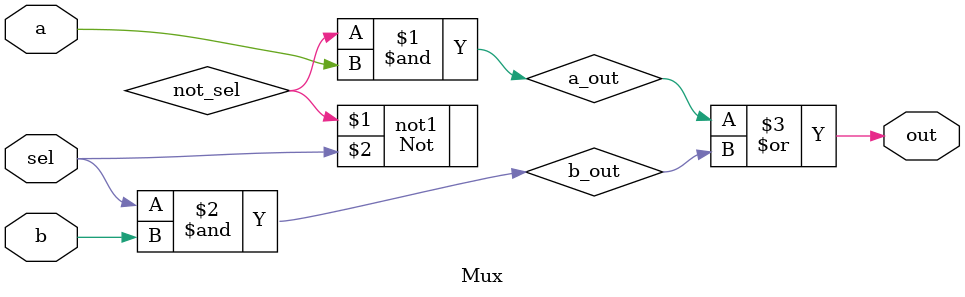
<source format=v>
`default_nettype none

module Mux (
  output wire out,
  input wire a,
  input wire b,
  input wire sel
);

  wire not_sel, a_out, b_out;

  Not not1(not_sel, sel);
  and and1(a_out, not_sel, a);
  and and2(b_out, sel, b);
  or o1(out, a_out, b_out);

endmodule


</source>
